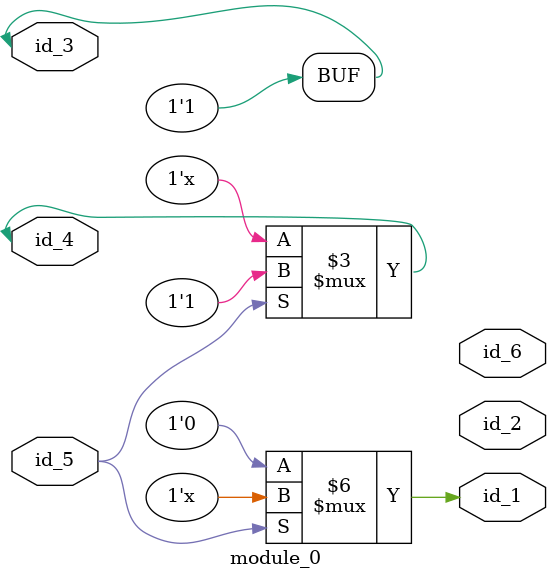
<source format=v>
module module_0 (
    id_1,
    id_2,
    id_3,
    id_4,
    id_5,
    id_6
);
  output id_6;
  input id_5;
  inout id_4;
  inout id_3;
  output id_2;
  output id_1;
  initial begin
    id_3 <= 1;
    id_1 = id_4;
    if (id_5) begin
      id_4 <= 1;
    end else id_1 <= 1'b0;
  end
endmodule

</source>
